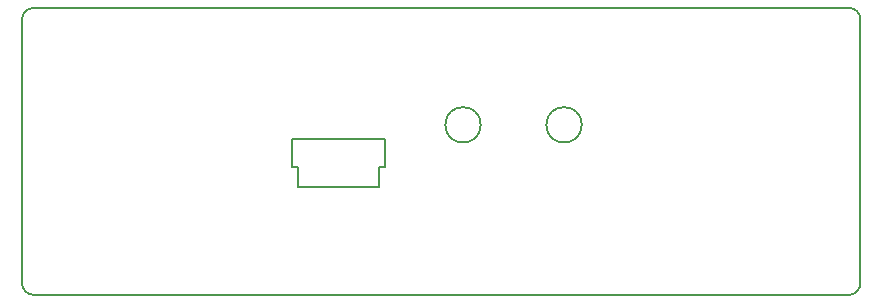
<source format=gbr>
G04 #@! TF.FileFunction,Profile,NP*
%FSLAX46Y46*%
G04 Gerber Fmt 4.6, Leading zero omitted, Abs format (unit mm)*
G04 Created by KiCad (PCBNEW no-vcs-found-product) date Thu Jun 30 10:26:40 2016*
%MOMM*%
%LPD*%
G01*
G04 APERTURE LIST*
%ADD10C,0.100000*%
%ADD11C,0.150000*%
G04 APERTURE END LIST*
D10*
D11*
X22846000Y10825000D02*
X23346000Y10825000D01*
X30246000Y10825000D02*
X30746000Y10825000D01*
X30246000Y10825000D02*
X30246000Y9150000D01*
X23346000Y9150000D02*
X23346000Y10825000D01*
X22846000Y13200000D02*
X30746000Y13200000D01*
X30746000Y10825000D02*
X30746000Y13200000D01*
X47402000Y14400000D02*
G75*
G03X47402000Y14400000I-1500000J0D01*
G01*
X38849000Y14400000D02*
G75*
G03X38849000Y14400000I-1500000J0D01*
G01*
X22846000Y10825000D02*
X22846000Y13200000D01*
X23346000Y9150000D02*
X30246000Y9150000D01*
X0Y1000000D02*
G75*
G03X1000000Y0I1000000J0D01*
G01*
X70000000Y0D02*
G75*
G03X71000000Y1000000I0J1000000D01*
G01*
X71000000Y23300000D02*
G75*
G03X70000000Y24300000I-1000000J0D01*
G01*
X1000000Y24300000D02*
G75*
G03X0Y23300000I0J-1000000D01*
G01*
X0Y1000000D02*
X0Y23300000D01*
X70000000Y0D02*
X1000000Y0D01*
X71000000Y23300000D02*
X71000000Y1000000D01*
X1000000Y24300000D02*
X70000000Y24300000D01*
M02*

</source>
